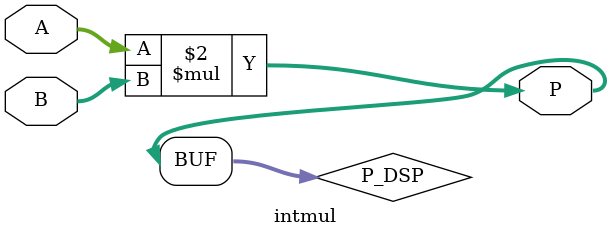
<source format=v>

/*
The designers:

Ahmet Can Mert <ahmetcanmert@sabanciuniv.edu>
Ferhat Yaman <ferhatyaman@sabanciuniv.edu>

To the extent possible under law, the implementer has waived all copyright
and related or neighboring rights to the source code in this file.
http://creativecommons.org/publicdomain/zero/1.0/
*/

module intmul(input [11:0] A,B,
              output[23:0] P);

(* use_dsp = "yes" *) reg [23:0] P_DSP;

always @* P_DSP = A*B;

assign P = P_DSP;

endmodule

</source>
